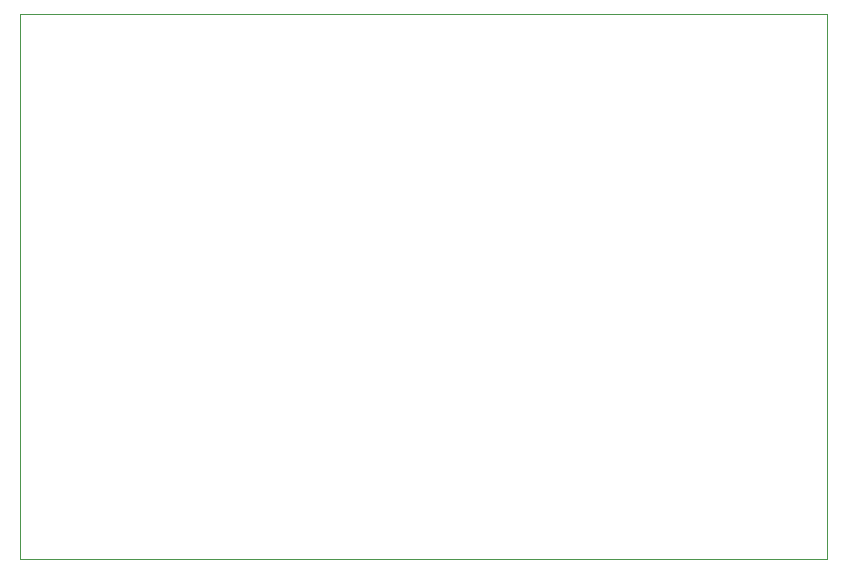
<source format=gbr>
%TF.GenerationSoftware,KiCad,Pcbnew,9.0.1-1.fc42*%
%TF.CreationDate,2025-05-12T13:06:47+02:00*%
%TF.ProjectId,PreAmp,50726541-6d70-42e6-9b69-6361645f7063,1*%
%TF.SameCoordinates,Original*%
%TF.FileFunction,Profile,NP*%
%FSLAX46Y46*%
G04 Gerber Fmt 4.6, Leading zero omitted, Abs format (unit mm)*
G04 Created by KiCad (PCBNEW 9.0.1-1.fc42) date 2025-05-12 13:06:47*
%MOMM*%
%LPD*%
G01*
G04 APERTURE LIST*
%TA.AperFunction,Profile*%
%ADD10C,0.050000*%
%TD*%
G04 APERTURE END LIST*
D10*
X115250000Y-74850000D02*
X183510000Y-74850000D01*
X183510000Y-121000000D01*
X115250000Y-121000000D01*
X115250000Y-74850000D01*
M02*

</source>
